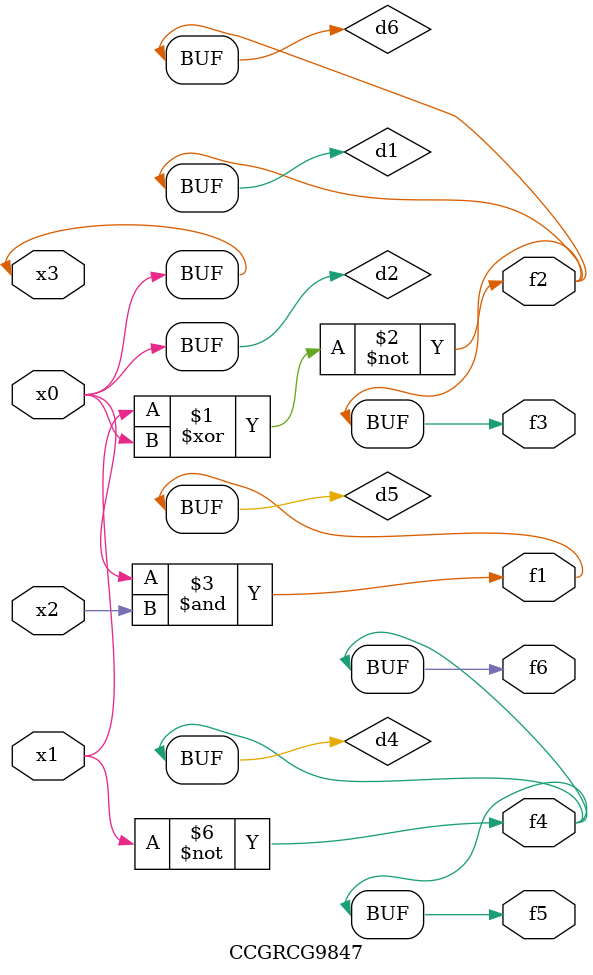
<source format=v>
module CCGRCG9847(
	input x0, x1, x2, x3,
	output f1, f2, f3, f4, f5, f6
);

	wire d1, d2, d3, d4, d5, d6;

	xnor (d1, x1, x3);
	buf (d2, x0, x3);
	nand (d3, x0, x2);
	not (d4, x1);
	nand (d5, d3);
	or (d6, d1);
	assign f1 = d5;
	assign f2 = d6;
	assign f3 = d6;
	assign f4 = d4;
	assign f5 = d4;
	assign f6 = d4;
endmodule

</source>
